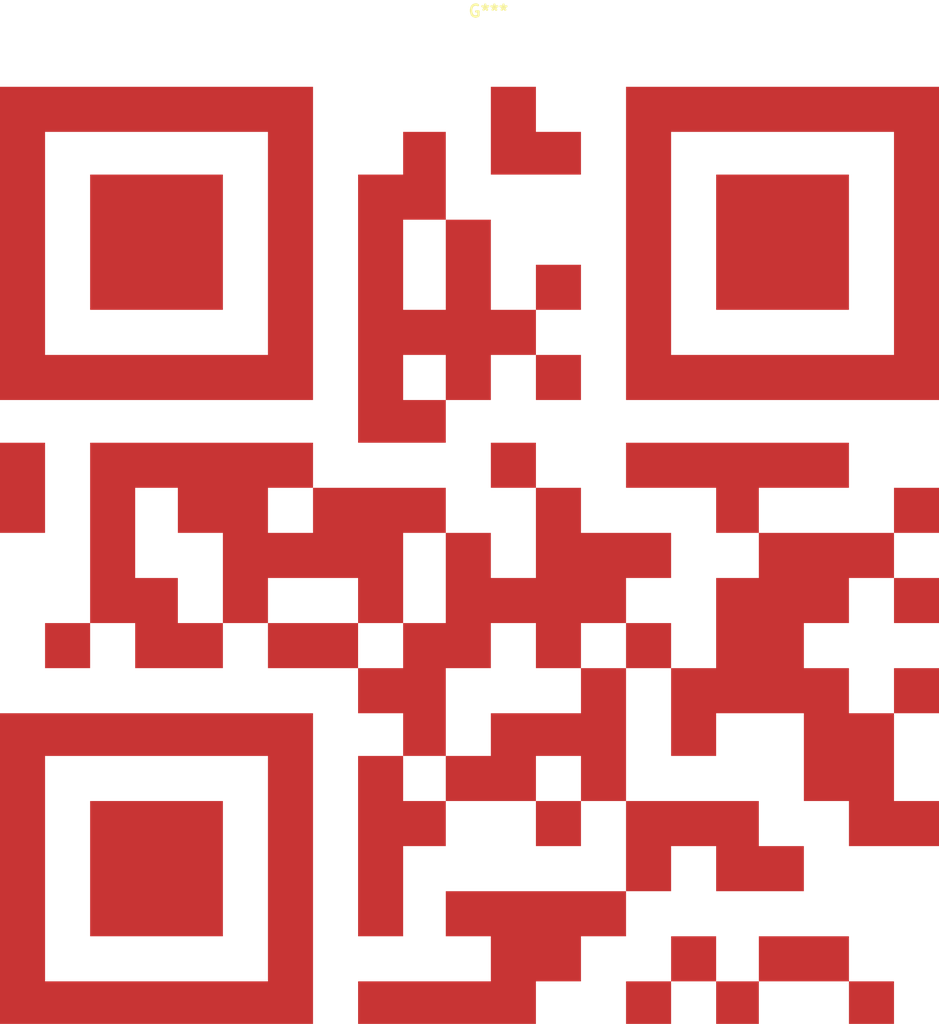
<source format=kicad_pcb>
(kicad_pcb (version 20211014) (generator pcbnew)
  (layers (0 "F.Cu" signal) (31 "B.Cu" signal) (34 "B.Paste" user) (35 "F.Paste" user) (36 "B.SilkS" user "B.Silkscreen") (37 "F.SilkS" user "F.Silkscreen") (38 "B.Mask" user) (39 "F.Mask" user) (44 "Edge.Cuts" user))
  (net 0 "")
  (footprint "qr:qr" (layer "F.Cu") (at 144.85 88.9)
    (fp_text reference "G***" (at 0.17 -66.37) (layer "F.SilkS") (effects (font (size 1.524 1.524) (thickness 0.3))))
    (fp_text value "LOGO" hide)
    (fp_poly (pts (xy 46.143334 -5.624285) (xy 34.652858 -5.624285) (xy 34.652858 0.120953) (xy 29.21 0.120953) (xy 29.21 -5.624285) (xy 17.719524 -5.624285) (xy 17.719524 -11.369523) (xy 46.143334 -11.369523)) (layer "F.Cu") (width 0) (fill solid))
    (fp_poly (pts (xy 11.974286 -28.302857) (xy 6.229048 -28.302857) (xy 6.229048 -34.048095) (xy 11.974286 -34.048095)) (layer "F.Cu") (width 0) (fill solid))
    (fp_poly (pts (xy 46.143334 57.270953) (xy 34.652858 57.270953) (xy 34.652858 51.525715) (xy 46.143334 51.525715)) (layer "F.Cu") (width 0) (fill solid))
    (fp_poly (pts (xy 0.48381 -39.793333) (xy 0.48381 -28.302857) (xy 6.229048 -28.302857) (xy 6.229048 -22.557619) (xy 0.48381 -22.557619) (xy 0.48381 -16.812381) (xy -5.261428 -16.812381) (xy -5.261428 -11.369523) (xy -16.449523 -11.369523) (xy -16.449523 -16.812381) (xy -10.704285 -16.812381) (xy -5.261428 -16.812381) (xy -5.261428 -22.557619) (xy -10.704285 -22.557619) (xy -10.704285 -16.812381) (xy -16.449523 -16.812381) (xy -16.449523 -28.302857) (xy -10.704285 -28.302857) (xy -5.261428 -28.302857) (xy -5.261428 -39.793333) (xy -10.704285 -39.793333) (xy -10.704285 -28.302857) (xy -16.449523 -28.302857) (xy -16.449523 -45.538571) (xy -10.704285 -45.538571) (xy -10.704285 -50.981428) (xy -5.261428 -50.981428) (xy -5.261428 -39.793333)) (layer "F.Cu") (width 0) (fill solid))
    (fp_poly (pts (xy 6.229048 -5.624285) (xy 0.48381 -5.624285) (xy 0.48381 -11.369523) (xy 6.229048 -11.369523)) (layer "F.Cu") (width 0) (fill solid))
    (fp_poly (pts (xy -33.685238 -28.302857) (xy -50.618571 -28.302857) (xy -50.618571 -45.538571) (xy -33.685238 -45.538571)) (layer "F.Cu") (width 0) (fill solid))
    (fp_poly (pts (xy -50.618571 17.356667) (xy -56.363809 17.356667) (xy -56.363809 11.611429) (xy -50.618571 11.611429)) (layer "F.Cu") (width 0) (fill solid))
    (fp_poly (pts (xy 0.48381 0.120953) (xy 0.48381 5.866191) (xy 6.229048 5.866191) (xy 6.229048 -5.624285) (xy 11.974286 -5.624285) (xy 11.974286 0.120953) (xy 23.464762 0.120953) (xy 23.464762 5.866191) (xy 17.719524 5.866191) (xy 17.719524 11.611429) (xy 11.974286 11.611429) (xy 11.974286 17.356667) (xy 17.719524 17.356667) (xy 17.719524 34.29) (xy 11.974286 34.29) (xy 11.974286 40.035239) (xy 6.229048 40.035239) (xy 6.229048 34.29) (xy 11.974286 34.29) (xy 11.974286 28.544762) (xy 6.229048 28.544762) (xy 6.229048 34.29) (xy -5.261428 34.29) (xy -5.261428 40.035239) (xy -10.704285 40.035239) (xy -10.704285 51.525715) (xy -16.449523 51.525715) (xy -16.449523 34.29) (xy -10.704285 34.29) (xy -5.261428 34.29) (xy -5.261428 28.544762) (xy 0.48381 28.544762) (xy 0.48381 23.101905) (xy 11.974286 23.101905) (xy 11.974286 17.356667) (xy 6.229048 17.356667) (xy 6.229048 11.611429) (xy 0.48381 11.611429) (xy 0.48381 17.356667) (xy -5.261428 17.356667) (xy -5.261428 28.544762) (xy -10.704285 28.544762) (xy -10.704285 34.29) (xy -16.449523 34.29) (xy -16.449523 28.544762) (xy -10.704285 28.544762) (xy -10.704285 23.101905) (xy -16.449523 23.101905) (xy -16.449523 17.356667) (xy -10.704285 17.356667) (xy -10.704285 11.611429) (xy -5.261428 11.611429) (xy -5.261428 0.120953) (xy -10.704285 0.120953) (xy -10.704285 11.611429) (xy -16.449523 11.611429) (xy -16.449523 17.356667) (xy -27.94 17.356667) (xy -27.94 11.611429) (xy -16.449523 11.611429) (xy -16.449523 5.866191) (xy -27.94 5.866191) (xy -27.94 11.611429) (xy -33.685238 11.611429) (xy -33.685238 17.356667) (xy -44.873333 17.356667) (xy -44.873333 11.611429) (xy -50.618571 11.611429) (xy -50.618571 5.866191) (xy -44.873333 5.866191) (xy -39.430476 5.866191) (xy -39.430476 11.611429) (xy -33.685238 11.611429) (xy -33.685238 0.120953) (xy -27.94 0.120953) (xy -22.194761 0.120953) (xy -22.194761 -5.624285) (xy -27.94 -5.624285) (xy -27.94 0.120953) (xy -33.685238 0.120953) (xy -39.430476 0.120953) (xy -39.430476 -5.624285) (xy -44.873333 -5.624285) (xy -44.873333 5.866191) (xy -50.618571 5.866191) (xy -50.618571 -11.369523) (xy -22.194761 -11.369523) (xy -22.194761 -5.624285) (xy -5.261428 -5.624285) (xy -5.261428 0.120953)) (layer "F.Cu") (width 0) (fill solid))
    (fp_poly (pts (xy -33.685238 51.525715) (xy -50.618571 51.525715) (xy -50.618571 34.29) (xy -33.685238 34.29)) (layer "F.Cu") (width 0) (fill solid))
    (fp_poly (pts (xy 34.652858 40.035239) (xy 40.398096 40.035239) (xy 40.398096 45.780477) (xy 29.21 45.780477) (xy 29.21 40.035239) (xy 23.464762 40.035239) (xy 23.464762 45.780477) (xy 17.719524 45.780477) (xy 17.719524 34.29) (xy 34.652858 34.29)) (layer "F.Cu") (width 0) (fill solid))
    (fp_poly (pts (xy 46.143334 -28.302857) (xy 29.21 -28.302857) (xy 29.21 -45.538571) (xy 46.143334 -45.538571)) (layer "F.Cu") (width 0) (fill solid))
    (fp_poly (pts (xy 57.63381 11.611429) (xy 51.888572 11.611429) (xy 51.888572 5.866191) (xy 57.63381 5.866191)) (layer "F.Cu") (width 0) (fill solid))
    (fp_poly (pts (xy 23.464762 62.71381) (xy 17.719524 62.71381) (xy 17.719524 57.270953) (xy 23.464762 57.270953)) (layer "F.Cu") (width 0) (fill solid))
    (fp_poly (pts (xy 51.888572 62.71381) (xy 46.143334 62.71381) (xy 46.143334 57.270953) (xy 51.888572 57.270953)) (layer "F.Cu") (width 0) (fill solid))
    (fp_poly (pts (xy 6.229048 -50.981428) (xy 11.974286 -50.981428) (xy 11.974286 -45.538571) (xy 0.48381 -45.538571) (xy 0.48381 -56.726666) (xy 6.229048 -56.726666)) (layer "F.Cu") (width 0) (fill solid))
    (fp_poly (pts (xy 57.63381 0.120953) (xy 51.888572 0.120953) (xy 51.888572 -5.624285) (xy 57.63381 -5.624285)) (layer "F.Cu") (width 0) (fill solid))
    (fp_poly (pts (xy -56.363809 0.120953) (xy -62.109047 0.120953) (xy -62.109047 -11.369523) (xy -56.363809 -11.369523)) (layer "F.Cu") (width 0) (fill solid))
    (fp_poly (pts (xy 34.652858 62.71381) (xy 29.21 62.71381) (xy 29.21 57.270953) (xy 34.652858 57.270953)) (layer "F.Cu") (width 0) (fill solid))
    (fp_poly (pts (xy 57.63381 -16.812381) (xy 17.719524 -16.812381) (xy 17.719524 -22.557619) (xy 23.464762 -22.557619) (xy 51.888572 -22.557619) (xy 51.888572 -50.981428) (xy 23.464762 -50.981428) (xy 23.464762 -22.557619) (xy 17.719524 -22.557619) (xy 17.719524 -56.726666) (xy 57.63381 -56.726666)) (layer "F.Cu") (width 0) (fill solid))
    (fp_poly (pts (xy -22.194761 62.71381) (xy -62.109047 62.71381) (xy -62.109047 57.270953) (xy -56.363809 57.270953) (xy -27.94 57.270953) (xy -27.94 28.544762) (xy -56.363809 28.544762) (xy -56.363809 57.270953) (xy -62.109047 57.270953) (xy -62.109047 23.101905) (xy -22.194761 23.101905)) (layer "F.Cu") (width 0) (fill solid))
    (fp_poly (pts (xy 23.464762 17.356667) (xy 17.719524 17.356667) (xy 17.719524 11.611429) (xy 23.464762 11.611429)) (layer "F.Cu") (width 0) (fill solid))
    (fp_poly (pts (xy 51.888572 5.866191) (xy 46.143334 5.866191) (xy 46.143334 11.611429) (xy 40.398096 11.611429) (xy 40.398096 17.356667) (xy 46.143334 17.356667) (xy 46.143334 23.101905) (xy 51.888572 23.101905) (xy 51.888572 34.29) (xy 57.63381 34.29) (xy 57.63381 40.035239) (xy 46.143334 40.035239) (xy 46.143334 34.29) (xy 40.398096 34.29) (xy 40.398096 23.101905) (xy 29.21 23.101905) (xy 29.21 28.544762) (xy 23.464762 28.544762) (xy 23.464762 17.356667) (xy 29.21 17.356667) (xy 29.21 5.866191) (xy 34.652858 5.866191) (xy 34.652858 0.120953) (xy 51.888572 0.120953)) (layer "F.Cu") (width 0) (fill solid))
    (fp_poly (pts (xy -22.194761 -16.812381) (xy -62.109047 -16.812381) (xy -62.109047 -22.557619) (xy -56.363809 -22.557619) (xy -27.94 -22.557619) (xy -27.94 -50.981428) (xy -56.363809 -50.981428) (xy -56.363809 -22.557619) (xy -62.109047 -22.557619) (xy -62.109047 -56.726666) (xy -22.194761 -56.726666)) (layer "F.Cu") (width 0) (fill solid))
    (fp_poly (pts (xy 57.63381 23.101905) (xy 51.888572 23.101905) (xy 51.888572 17.356667) (xy 57.63381 17.356667)) (layer "F.Cu") (width 0) (fill solid))
    (fp_poly (pts (xy 29.21 57.270953) (xy 23.464762 57.270953) (xy 23.464762 51.525715) (xy 29.21 51.525715)) (layer "F.Cu") (width 0) (fill solid))
    (fp_poly (pts (xy 17.719524 51.525715) (xy 11.974286 51.525715) (xy 11.974286 57.270953) (xy 6.229048 57.270953) (xy 6.229048 62.71381) (xy -16.449523 62.71381) (xy -16.449523 57.270953) (xy 0.48381 57.270953) (xy 0.48381 51.525715) (xy -5.261428 51.525715) (xy -5.261428 45.780477) (xy 17.719524 45.780477)) (layer "F.Cu") (width 0) (fill solid))
    (fp_poly (pts (xy 11.974286 -16.812381) (xy 6.229048 -16.812381) (xy 6.229048 -22.557619) (xy 11.974286 -22.557619)) (layer "F.Cu") (width 0) (fill solid))
  )
)
</source>
